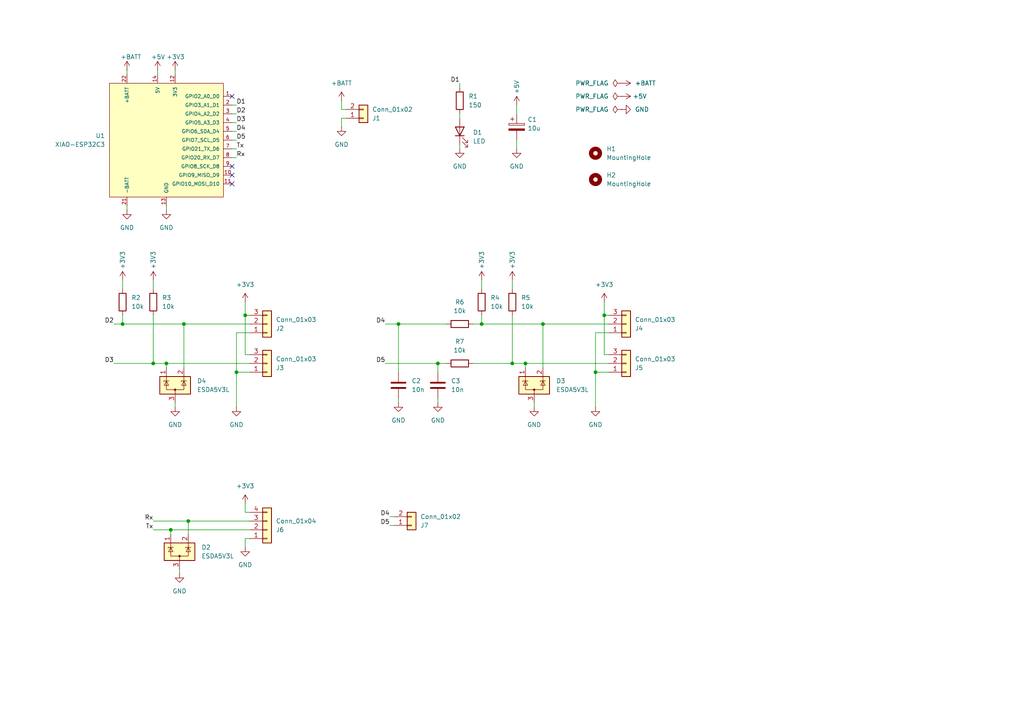
<source format=kicad_sch>
(kicad_sch (version 20250114) (generator "eeschema") (generator_version "9.0")
  (paper "A4")
  (title_block (title "Smart Meter Gateway") (date "2024-11-24") (rev "v1") (company "Marius Greuel"))
  (lib_symbols
    (symbol "Connector_Generic:Conn_01x02" (pin_names (offset 1.016) (hide yes))
      (property "Reference" "J" (at 0 2.54 0))
      (property "Value" "Conn_01x02" (at 0 -5.08 0))
      (symbol "Conn_01x02_1_1"
        (rectangle (start -1.27 1.27) (end 1.27 -3.81) (stroke (width 0.254)) (fill (type background)))
        (rectangle (start -1.27 0.127) (end 0 -0.127) (stroke (width 0.1524)))
        (rectangle (start -1.27 -2.413) (end 0 -2.667) (stroke (width 0.1524)))
        (pin passive line (at -5.08 0 0) (length 3.81) (name "Pin_1") (number "1"))
        (pin passive line (at -5.08 -2.54 0) (length 3.81) (name "Pin_2") (number "2"))
      )
    )
    (symbol "Connector_Generic:Conn_01x03" (pin_names (offset 1.016) (hide yes))
      (property "Reference" "J" (at 0 5.08 0))
      (property "Value" "Conn_01x03" (at 0 -5.08 0))
      (symbol "Conn_01x03_1_1"
        (rectangle (start -1.27 3.81) (end 1.27 -3.81) (stroke (width 0.254)) (fill (type background)))
        (rectangle (start -1.27 2.667) (end 0 2.413) (stroke (width 0.1524)))
        (rectangle (start -1.27 0.127) (end 0 -0.127) (stroke (width 0.1524)))
        (rectangle (start -1.27 -2.413) (end 0 -2.667) (stroke (width 0.1524)))
        (pin passive line (at -5.08 2.54 0) (length 3.81) (name "Pin_1") (number "1"))
        (pin passive line (at -5.08 0 0) (length 3.81) (name "Pin_2") (number "2"))
        (pin passive line (at -5.08 -2.54 0) (length 3.81) (name "Pin_3") (number "3"))
      )
    )
    (symbol "Connector_Generic:Conn_01x04" (pin_names (offset 1.016) (hide yes))
      (property "Reference" "J" (at 0 5.08 0))
      (property "Value" "Conn_01x04" (at 0 -7.62 0))
      (symbol "Conn_01x04_1_1"
        (rectangle (start -1.27 3.81) (end 1.27 -6.35) (stroke (width 0.254)) (fill (type background)))
        (rectangle (start -1.27 2.667) (end 0 2.413) (stroke (width 0.1524)))
        (rectangle (start -1.27 0.127) (end 0 -0.127) (stroke (width 0.1524)))
        (rectangle (start -1.27 -2.413) (end 0 -2.667) (stroke (width 0.1524)))
        (rectangle (start -1.27 -4.953) (end 0 -5.207) (stroke (width 0.1524)))
        (pin passive line (at -5.08 2.54 0) (length 3.81) (name "Pin_1") (number "1"))
        (pin passive line (at -5.08 0 0) (length 3.81) (name "Pin_2") (number "2"))
        (pin passive line (at -5.08 -2.54 0) (length 3.81) (name "Pin_3") (number "3"))
        (pin passive line (at -5.08 -5.08 0) (length 3.81) (name "Pin_4") (number "4"))
      )
    )
    (symbol "Device:C" (pin_numbers (hide yes)) (pin_names (offset 0.254))
      (property "Reference" "C" (at 0.635 2.54 0))
      (property "Value" "C" (at 0.635 -2.54 0))
      (symbol "C_0_1"
        (polyline (pts (xy -2.032 0.762) (xy 2.032 0.762)) (stroke (width 0.508)))
        (polyline (pts (xy -2.032 -0.762) (xy 2.032 -0.762)) (stroke (width 0.508)))
      )
      (symbol "C_1_1"
        (pin passive line (at 0 3.81 270) (length 2.794) (name "~") (number "1"))
        (pin passive line (at 0 -3.81 90) (length 2.794) (name "~") (number "2"))
      )
    )
    (symbol "Device:C_Polarized" (pin_numbers (hide yes)) (pin_names (offset 0.254))
      (property "Reference" "C" (at 0.635 2.54 0))
      (property "Value" "C_Polarized" (at 0.635 -2.54 0))
      (symbol "C_Polarized_0_1"
        (rectangle (start -2.286 0.508) (end 2.286 1.016))
        (polyline (pts (xy -1.778 2.286) (xy -0.762 2.286)))
        (polyline (pts (xy -1.27 2.794) (xy -1.27 1.778)))
        (rectangle (start 2.286 -0.508) (end -2.286 -1.016) (fill (type outline)))
      )
      (symbol "C_Polarized_1_1"
        (pin passive line (at 0 3.81 270) (length 2.794) (name "~") (number "1"))
        (pin passive line (at 0 -3.81 90) (length 2.794) (name "~") (number "2"))
      )
    )
    (symbol "Device:LED" (pin_numbers (hide yes)) (pin_names (offset 1.016) (hide yes))
      (property "Reference" "D" (at 0 2.54 0))
      (property "Value" "LED" (at 0 -2.54 0))
      (symbol "LED_0_1"
        (polyline (pts (xy -3.048 -0.762) (xy -4.572 -2.286) (xy -3.81 -2.286) (xy -4.572 -2.286) (xy -4.572 -1.524)))
        (polyline (pts (xy -1.778 -0.762) (xy -3.302 -2.286) (xy -2.54 -2.286) (xy -3.302 -2.286) (xy -3.302 -1.524)))
        (polyline (pts (xy -1.27 0) (xy 1.27 0)))
        (polyline (pts (xy -1.27 -1.27) (xy -1.27 1.27)) (stroke (width 0.254)))
        (polyline (pts (xy 1.27 -1.27) (xy 1.27 1.27) (xy -1.27 0) (xy 1.27 -1.27)) (stroke (width 0.254)))
      )
      (symbol "LED_1_1"
        (pin passive line (at -3.81 0 0) (length 2.54) (name "K") (number "1"))
        (pin passive line (at 3.81 0 180) (length 2.54) (name "A") (number "2"))
      )
    )
    (symbol "Device:R" (pin_numbers (hide yes)) (pin_names (offset 0))
      (property "Reference" "R" (at 2.032 0 90))
      (property "Value" "R" (at 0 0 90))
      (symbol "R_0_1"
        (rectangle (start -1.016 -2.54) (end 1.016 2.54) (stroke (width 0.254)))
      )
      (symbol "R_1_1"
        (pin passive line (at 0 3.81 270) (length 1.27) (name "~") (number "1"))
        (pin passive line (at 0 -3.81 90) (length 1.27) (name "~") (number "2"))
      )
    )
    (symbol "Mechanical:MountingHole" (pin_names (offset 1.016)) (in_bom no)
      (property "Reference" "H" (at 0 5.08 0))
      (property "Value" "MountingHole" (at 0 3.175 0))
      (symbol "MountingHole_0_1"
        (circle (center 0 0) (radius 1.27) (stroke (width 1.27)))
      )
    )
    (symbol "Power_Protection:ESDA5V3L" (pin_names (hide yes))
      (property "Reference" "D" (at 5.715 2.54 0))
      (property "Value" "ESDA5V3L" (at 5.715 0.635 0))
      (symbol "ESDA5V3L_0_0"
        (pin passive line (at 0 -5.08 90) (length 2.54) (name "A") (number "3"))
      )
      (symbol "ESDA5V3L_0_1"
        (rectangle (start -4.445 2.54) (end 4.445 -2.54) (stroke (width 0.254)) (fill (type background)))
        (polyline (pts (xy -3.302 1.016) (xy -3.302 1.27) (xy -1.905 1.27) (xy -1.778 1.27)))
        (polyline (pts (xy -2.54 2.54) (xy -2.54 1.27)))
        (polyline (pts (xy -2.54 1.27) (xy -2.54 -1.27) (xy 2.54 -1.27) (xy 2.54 1.27)))
        (polyline (pts (xy -2.54 1.27) (xy -1.905 0) (xy -3.175 0) (xy -2.54 1.27)))
        (polyline (pts (xy 0 -1.27) (xy 0 -2.54)))
        (circle (center 0 -1.27) (radius 0.254) (fill (type outline)))
        (polyline (pts (xy 1.778 1.016) (xy 1.778 1.27) (xy 3.175 1.27) (xy 3.302 1.27)))
        (polyline (pts (xy 2.54 2.54) (xy 2.54 1.27)))
        (polyline (pts (xy 2.54 1.27) (xy 1.905 0) (xy 3.175 0) (xy 2.54 1.27)))
      )
      (symbol "ESDA5V3L_1_1"
        (pin passive line (at -2.54 5.08 270) (length 2.54) (name "K") (number "1"))
        (pin passive line (at 2.54 5.08 270) (length 2.54) (name "K") (number "2"))
      )
    )
    (symbol "Project:XIAO-ESP32C3" (pin_names (offset 1.016))
      (property "Reference" "U" (at -16.51 17.78 0))
      (property "Value" "XIAO-ESP32C3" (at 2.54 -19.05 0))
      (symbol "XIAO-ESP32C3_1_0"
        (pin power_in line (at -11.43 19.05 270) (length 2.54) (name "+BATT") (number "22"))
        (pin power_in line (at -11.43 -19.05 90) (length 2.54) (name "-BATT") (number "21"))
        (pin power_in line (at -2.54 19.05 270) (length 2.54) (name "5V") (number "14"))
        (pin power_in line (at 0 -19.05 90) (length 2.54) (name "GND") (number "13"))
        (pin power_out line (at 2.54 19.05 270) (length 2.54) (name "3V3") (number "12"))
        (pin bidirectional line (at 19.05 12.7 180) (length 2.54) (name "GPIO2_A0_D0") (number "1"))
        (pin bidirectional line (at 19.05 10.16 180) (length 2.54) (name "GPIO3_A1_D1") (number "2"))
        (pin bidirectional line (at 19.05 7.62 180) (length 2.54) (name "GPIO4_A2_D2") (number "3"))
        (pin bidirectional line (at 19.05 5.08 180) (length 2.54) (name "GPIO5_A3_D3") (number "4"))
        (pin bidirectional line (at 19.05 2.54 180) (length 2.54) (name "GPIO6_SDA_D4") (number "5"))
        (pin bidirectional line (at 19.05 0 180) (length 2.54) (name "GPIO7_SCL_D5") (number "6"))
        (pin bidirectional line (at 19.05 -2.54 180) (length 2.54) (name "GPIO21_TX_D6") (number "7"))
        (pin bidirectional line (at 19.05 -5.08 180) (length 2.54) (name "GPIO20_RX_D7") (number "8"))
        (pin bidirectional line (at 19.05 -7.62 180) (length 2.54) (name "GPIO8_SCK_D8") (number "9"))
        (pin bidirectional line (at 19.05 -10.16 180) (length 2.54) (name "GPIO9_MISO_D9") (number "10"))
        (pin bidirectional line (at 19.05 -12.7 180) (length 2.54) (name "GPIO10_MOSI_D10") (number "11"))
      )
      (symbol "XIAO-ESP32C3_1_1"
        (rectangle (start -16.51 16.51) (end 16.51 -16.51) (fill (type background)))
      )
    )
    (symbol "power:+3V3" (power) (pin_numbers (hide yes)) (pin_names (offset 0) (hide yes))
      (property "Value" "+3V3" (at 0 3.556 0))
      (symbol "+3V3_0_1"
        (polyline (pts (xy -0.762 1.27) (xy 0 2.54)))
        (polyline (pts (xy 0 2.54) (xy 0.762 1.27)))
        (polyline (pts (xy 0 0) (xy 0 2.54)))
      )
      (symbol "+3V3_1_1"
        (pin power_in line (at 0 0 90) (length 0) (name "~") (number "1"))
      )
    )
    (symbol "power:+5V" (power) (pin_numbers (hide yes)) (pin_names (offset 0) (hide yes))
      (property "Value" "+5V" (at 0 3.556 0))
      (symbol "+5V_0_1"
        (polyline (pts (xy -0.762 1.27) (xy 0 2.54)))
        (polyline (pts (xy 0 2.54) (xy 0.762 1.27)))
        (polyline (pts (xy 0 0) (xy 0 2.54)))
      )
      (symbol "+5V_1_1"
        (pin power_in line (at 0 0 90) (length 0) (name "~") (number "1"))
      )
    )
    (symbol "power:GND" (power) (pin_numbers (hide yes)) (pin_names (offset 0) (hide yes))
      (property "Value" "GND" (at 0 -3.81 0))
      (symbol "GND_0_1"
        (polyline (pts (xy 0 0) (xy 0 -1.27) (xy 1.27 -1.27) (xy 0 -2.54) (xy -1.27 -1.27) (xy 0 -1.27)))
      )
      (symbol "GND_1_1"
        (pin power_in line (at 0 0 270) (length 0) (name "~") (number "1"))
      )
    )
    (symbol "power:PWR_FLAG" (power) (pin_numbers (hide yes)) (pin_names (offset 0) (hide yes))
      (property "Value" "PWR_FLAG" (at 0 3.81 0))
      (symbol "PWR_FLAG_0_0"
        (pin power_out line (at 0 0 90) (length 0) (name "~") (number "1"))
      )
      (symbol "PWR_FLAG_0_1"
        (polyline (pts (xy 0 0) (xy 0 1.27) (xy -1.016 1.905) (xy 0 2.54) (xy 1.016 1.905) (xy 0 1.27)))
      )
    )
    (symbol "power:VCC" (power) (pin_numbers (hide yes)) (pin_names (offset 0) (hide yes))
      (property "Value" "VCC" (at 0 3.556 0))
      (symbol "VCC_0_1"
        (polyline (pts (xy -0.762 1.27) (xy 0 2.54)))
        (polyline (pts (xy 0 2.54) (xy 0.762 1.27)))
        (polyline (pts (xy 0 0) (xy 0 2.54)))
      )
      (symbol "VCC_1_1"
        (pin power_in line (at 0 0 90) (length 0) (name "~") (number "1"))
      )
    )
  )
  (junction (at 44.45 105.41))
  (junction (at 157.48 93.98))
  (junction (at 139.7 93.98))
  (junction (at 49.53 153.67))
  (junction (at 35.56 93.98))
  (junction (at 54.61 151.13))
  (junction (at 53.34 93.98))
  (junction (at 68.58 107.95))
  (junction (at 71.12 91.44))
  (junction (at 48.26 105.41))
  (junction (at 152.4 105.41))
  (junction (at 127 105.41))
  (junction (at 148.59 105.41))
  (junction (at 175.26 91.44))
  (junction (at 115.57 93.98))
  (junction (at 172.72 107.95))
  (no_connect (at 67.31 48.26))
  (no_connect (at 67.31 27.94))
  (no_connect (at 67.31 53.34))
  (no_connect (at 67.31 50.8))
  (wire (pts (xy 111.76 105.41) (xy 127 105.41)))
  (wire (pts (xy 53.34 93.98) (xy 53.34 106.68)))
  (wire (pts (xy 71.12 102.87) (xy 71.12 91.44)))
  (wire (pts (xy 176.53 96.52) (xy 172.72 96.52)))
  (wire (pts (xy 139.7 91.44) (xy 139.7 93.98)))
  (wire (pts (xy 67.31 33.02) (xy 68.58 33.02)))
  (wire (pts (xy 71.12 87.63) (xy 71.12 91.44)))
  (wire (pts (xy 54.61 151.13) (xy 72.39 151.13)))
  (wire (pts (xy 36.83 59.69) (xy 36.83 60.96)))
  (wire (pts (xy 71.12 146.05) (xy 71.12 148.59)))
  (wire (pts (xy 36.83 20.32) (xy 36.83 21.59)))
  (wire (pts (xy 53.34 93.98) (xy 72.39 93.98)))
  (wire (pts (xy 45.72 20.32) (xy 45.72 21.59)))
  (wire (pts (xy 52.07 165.1) (xy 52.07 166.37)))
  (wire (pts (xy 99.06 31.75) (xy 100.33 31.75)))
  (wire (pts (xy 152.4 105.41) (xy 152.4 106.68)))
  (wire (pts (xy 176.53 102.87) (xy 175.26 102.87)))
  (wire (pts (xy 148.59 105.41) (xy 152.4 105.41)))
  (wire (pts (xy 157.48 93.98) (xy 176.53 93.98)))
  (wire (pts (xy 35.56 81.28) (xy 35.56 83.82)))
  (wire (pts (xy 72.39 156.21) (xy 71.12 156.21)))
  (wire (pts (xy 72.39 96.52) (xy 68.58 96.52)))
  (wire (pts (xy 48.26 59.69) (xy 48.26 60.96)))
  (wire (pts (xy 68.58 107.95) (xy 68.58 118.11)))
  (wire (pts (xy 99.06 34.29) (xy 99.06 36.83)))
  (wire (pts (xy 137.16 93.98) (xy 139.7 93.98)))
  (wire (pts (xy 68.58 96.52) (xy 68.58 107.95)))
  (wire (pts (xy 67.31 35.56) (xy 68.58 35.56)))
  (wire (pts (xy 139.7 93.98) (xy 157.48 93.98)))
  (wire (pts (xy 71.12 148.59) (xy 72.39 148.59)))
  (wire (pts (xy 48.26 105.41) (xy 72.39 105.41)))
  (wire (pts (xy 71.12 156.21) (xy 71.12 158.75)))
  (wire (pts (xy 148.59 91.44) (xy 148.59 105.41)))
  (wire (pts (xy 67.31 45.72) (xy 68.58 45.72)))
  (wire (pts (xy 115.57 93.98) (xy 129.54 93.98)))
  (wire (pts (xy 33.02 105.41) (xy 44.45 105.41)))
  (wire (pts (xy 149.86 40.64) (xy 149.86 43.18)))
  (wire (pts (xy 175.26 102.87) (xy 175.26 91.44)))
  (wire (pts (xy 100.33 34.29) (xy 99.06 34.29)))
  (wire (pts (xy 133.35 33.02) (xy 133.35 34.29)))
  (wire (pts (xy 114.3 152.4) (xy 113.03 152.4)))
  (wire (pts (xy 44.45 105.41) (xy 48.26 105.41)))
  (wire (pts (xy 152.4 105.41) (xy 176.53 105.41)))
  (wire (pts (xy 113.03 149.86) (xy 114.3 149.86)))
  (wire (pts (xy 133.35 24.13) (xy 133.35 25.4)))
  (wire (pts (xy 127 115.57) (xy 127 116.84)))
  (wire (pts (xy 50.8 20.32) (xy 50.8 21.59)))
  (wire (pts (xy 149.86 30.48) (xy 149.86 33.02)))
  (wire (pts (xy 115.57 115.57) (xy 115.57 116.84)))
  (wire (pts (xy 71.12 91.44) (xy 72.39 91.44)))
  (wire (pts (xy 33.02 93.98) (xy 35.56 93.98)))
  (wire (pts (xy 50.8 116.84) (xy 50.8 118.11)))
  (wire (pts (xy 148.59 81.28) (xy 148.59 83.82)))
  (wire (pts (xy 72.39 102.87) (xy 71.12 102.87)))
  (wire (pts (xy 129.54 105.41) (xy 127 105.41)))
  (wire (pts (xy 67.31 30.48) (xy 68.58 30.48)))
  (wire (pts (xy 137.16 105.41) (xy 148.59 105.41)))
  (wire (pts (xy 111.76 93.98) (xy 115.57 93.98)))
  (wire (pts (xy 133.35 41.91) (xy 133.35 43.18)))
  (wire (pts (xy 44.45 153.67) (xy 49.53 153.67)))
  (wire (pts (xy 67.31 43.18) (xy 68.58 43.18)))
  (wire (pts (xy 172.72 96.52) (xy 172.72 107.95)))
  (wire (pts (xy 44.45 151.13) (xy 54.61 151.13)))
  (wire (pts (xy 127 105.41) (xy 127 107.95)))
  (wire (pts (xy 175.26 91.44) (xy 176.53 91.44)))
  (wire (pts (xy 68.58 107.95) (xy 72.39 107.95)))
  (wire (pts (xy 44.45 81.28) (xy 44.45 83.82)))
  (wire (pts (xy 49.53 153.67) (xy 72.39 153.67)))
  (wire (pts (xy 54.61 151.13) (xy 54.61 154.94)))
  (wire (pts (xy 175.26 87.63) (xy 175.26 91.44)))
  (wire (pts (xy 35.56 93.98) (xy 53.34 93.98)))
  (wire (pts (xy 48.26 105.41) (xy 48.26 106.68)))
  (wire (pts (xy 49.53 153.67) (xy 49.53 154.94)))
  (wire (pts (xy 67.31 40.64) (xy 68.58 40.64)))
  (wire (pts (xy 172.72 107.95) (xy 176.53 107.95)))
  (wire (pts (xy 139.7 81.28) (xy 139.7 83.82)))
  (wire (pts (xy 99.06 29.21) (xy 99.06 31.75)))
  (wire (pts (xy 115.57 93.98) (xy 115.57 107.95)))
  (wire (pts (xy 67.31 38.1) (xy 68.58 38.1)))
  (wire (pts (xy 44.45 91.44) (xy 44.45 105.41)))
  (wire (pts (xy 157.48 93.98) (xy 157.48 106.68)))
  (wire (pts (xy 172.72 107.95) (xy 172.72 118.11)))
  (wire (pts (xy 35.56 91.44) (xy 35.56 93.98)))
  (wire (pts (xy 154.94 116.84) (xy 154.94 118.11)))
  (label "D3" (at 68.58 35.56 0))
  (label "D5" (at 111.76 105.41 180))
  (label "D4" (at 113.03 149.86 180))
  (label "Tx" (at 68.58 43.18 0))
  (label "D4" (at 68.58 38.1 0))
  (label "D5" (at 68.58 40.64 0))
  (label "Rx" (at 44.45 151.13 180))
  (label "Rx" (at 68.58 45.72 0))
  (label "D1" (at 68.58 30.48 0))
  (label "D2" (at 33.02 93.98 180))
  (label "D2" (at 68.58 33.02 0))
  (label "D1" (at 133.35 24.13 180))
  (label "D5" (at 113.03 152.4 180))
  (label "Tx" (at 44.45 153.67 180))
  (label "D4" (at 111.76 93.98 180))
  (label "D3" (at 33.02 105.41 180))
  (symbol (lib_id "power:+5V") (at 44.45 81.28 0) (unit 1)
    (property "Reference" "#PWR010" (effects (hide yes)))
    (property "Value" "+3V3" (at 44.45 78.105 90) (effects (justify left)))
    (property "Description" "Power symbol creates a global label with name \"+5V\"" (effects (hide yes)))
  )
  (symbol (lib_id "Power_Protection:ESDA5V3L") (at 50.8 111.76 0) (unit 1)
    (property "Reference" "D4" (at 57.15 110.4899 0) (effects (justify left)))
    (property "Value" "ESDA5V3L" (at 57.15 113.0299 0) (effects (justify left)))
    (property "Footprint" "Package_TO_SOT_SMD:SOT-23-3" (effects (hide yes)))
    (property "Datasheet" "https://www.st.com/resource/en/datasheet/esdal.pdf" (effects (hide yes)))
    (property "Description" "TVS Diode Array, 5.5V Standoff, 2 Channels, SOT23" (effects (hide yes)))
  )
  (symbol (lib_id "power:GND") (at 50.8 118.11 0) (unit 1)
    (property "Reference" "#PWR023" (effects (hide yes)))
    (property "Value" "GND" (at 50.8 123.19 0))
    (property "Description" "Power symbol creates a global label with name \"GND\" , ground" (effects (hide yes)))
  )
  (symbol (lib_id "power:PWR_FLAG") (at 180.34 27.94 90) (unit 1)
    (property "Reference" "#FLG02" (effects (hide yes)))
    (property "Value" "PWR_FLAG" (at 176.53 27.9399 90) (effects (justify left)))
    (property "Description" "Special symbol for telling ERC where power comes from" (effects (hide yes)))
  )
  (symbol (lib_id "Device:R") (at 44.45 87.63 0) (unit 1)
    (property "Reference" "R3" (at 46.99 86.3599 0) (effects (justify left)))
    (property "Value" "10k" (at 46.99 88.8999 0) (effects (justify left)))
    (property "Footprint" "Resistor_SMD:R_0805_2012Metric" (effects (hide yes)))
    (property "Description" "Resistor" (effects (hide yes)))
  )
  (symbol (lib_id "Connector_Generic:Conn_01x03") (at 77.47 105.41 0) (mirror x) (unit 1)
    (property "Reference" "J3" (at 80.01 106.68 0) (effects (justify left)))
    (property "Value" "Conn_01x03" (at 80.01 104.14 0) (effects (justify left)))
    (property "Footprint" "Connector_PinHeader_2.54mm:PinHeader_1x03_P2.54mm_Vertical" (effects (hide yes)))
    (property "Description" "Generic connector, single row, 01x03, script generated (kicad-library-utils/schlib/autogen/connector/)" (effects (hide yes)))
  )
  (symbol (lib_id "power:GND") (at 154.94 118.11 0) (unit 1)
    (property "Reference" "#PWR017" (effects (hide yes)))
    (property "Value" "GND" (at 154.94 123.19 0))
    (property "Description" "Power symbol creates a global label with name \"GND\" , ground" (effects (hide yes)))
  )
  (symbol (lib_id "power:+5V") (at 35.56 81.28 0) (unit 1)
    (property "Reference" "#PWR09" (effects (hide yes)))
    (property "Value" "+3V3" (at 35.56 78.105 90) (effects (justify left)))
    (property "Description" "Power symbol creates a global label with name \"+5V\"" (effects (hide yes)))
  )
  (symbol (lib_id "power:GND") (at 48.26 60.96 0) (unit 1)
    (property "Reference" "#PWR03" (effects (hide yes)))
    (property "Value" "GND" (at 48.26 66.04 0))
    (property "Description" "Power symbol creates a global label with name \"GND\" , ground" (effects (hide yes)))
  )
  (symbol (lib_id "power:GND") (at 71.12 158.75 0) (unit 1)
    (property "Reference" "#PWR014" (effects (hide yes)))
    (property "Value" "GND" (at 71.12 163.83 0))
    (property "Description" "Power symbol creates a global label with name \"GND\" , ground" (effects (hide yes)))
  )
  (symbol (lib_id "Connector_Generic:Conn_01x04") (at 77.47 153.67 0) (mirror x) (unit 1)
    (property "Reference" "J6" (at 80.01 153.6701 0) (effects (justify left)))
    (property "Value" "Conn_01x04" (at 80.01 151.1301 0) (effects (justify left)))
    (property "Footprint" "Connector_PinHeader_2.54mm:PinHeader_1x04_P2.54mm_Vertical" (effects (hide yes)))
    (property "Description" "Generic connector, single row, 01x04, script generated (kicad-library-utils/schlib/autogen/connector/)" (effects (hide yes)))
  )
  (symbol (lib_id "Device:C") (at 127 111.76 0) (unit 1)
    (property "Reference" "C3" (at 130.81 110.4899 0) (effects (justify left)))
    (property "Value" "10n" (at 130.81 113.0299 0) (effects (justify left)))
    (property "Footprint" "Capacitor_SMD:C_0805_2012Metric" (effects (hide yes)))
    (property "Description" "Unpolarized capacitor" (effects (hide yes)))
  )
  (symbol (lib_id "power:GND") (at 115.57 116.84 0) (unit 1)
    (property "Reference" "#PWR026" (effects (hide yes)))
    (property "Value" "GND" (at 115.57 121.92 0))
    (property "Description" "Power symbol creates a global label with name \"GND\" , ground" (effects (hide yes)))
  )
  (symbol (lib_id "Power_Protection:ESDA5V3L") (at 154.94 111.76 0) (unit 1)
    (property "Reference" "D3" (at 161.29 110.4899 0) (effects (justify left)))
    (property "Value" "ESDA5V3L" (at 161.29 113.0299 0) (effects (justify left)))
    (property "Footprint" "Package_TO_SOT_SMD:SOT-23-3" (effects (hide yes)))
    (property "Datasheet" "https://www.st.com/resource/en/datasheet/esdal.pdf" (effects (hide yes)))
    (property "Description" "TVS Diode Array, 5.5V Standoff, 2 Channels, SOT23" (effects (hide yes)))
  )
  (symbol (lib_id "Device:R") (at 133.35 105.41 90) (unit 1)
    (property "Reference" "R7" (at 133.35 99.06 90))
    (property "Value" "10k" (at 133.35 101.6 90))
    (property "Footprint" "Resistor_SMD:R_0805_2012Metric" (effects (hide yes)))
    (property "Description" "Resistor" (effects (hide yes)))
  )
  (symbol (lib_id "Mechanical:MountingHole") (at 172.72 44.45 0) (unit 1)
    (property "Reference" "H1" (at 175.895 43.18 0) (effects (justify left)))
    (property "Value" "MountingHole" (at 175.895 45.72 0) (effects (justify left)))
    (property "Footprint" "MountingHole:MountingHole_2.5mm" (effects (hide yes)))
    (property "Description" "Mounting Hole without connection" (effects (hide yes)))
  )
  (symbol (lib_id "power:VCC") (at 175.26 87.63 0) (unit 1)
    (property "Reference" "#PWR07" (effects (hide yes)))
    (property "Value" "+3V3" (at 175.26 82.55 0))
    (property "Description" "Power symbol creates a global label with name \"VCC\"" (effects (hide yes)))
  )
  (symbol (lib_id "Device:C_Polarized") (at 149.86 36.83 0) (unit 1)
    (property "Reference" "C1" (at 153.035 34.671 0) (effects (justify left)))
    (property "Value" "10u" (at 153.035 37.211 0) (effects (justify left)))
    (property "Footprint" "Capacitor_Tantalum_SMD:CP_EIA-6032-28_Kemet-C" (effects (hide yes)))
    (property "Description" "Polarized capacitor" (effects (hide yes)))
  )
  (symbol (lib_id "power:GND") (at 36.83 60.96 0) (unit 1)
    (property "Reference" "#PWR012" (effects (hide yes)))
    (property "Value" "GND" (at 36.83 66.04 0))
    (property "Description" "Power symbol creates a global label with name \"GND\" , ground" (effects (hide yes)))
  )
  (symbol (lib_id "Device:R") (at 35.56 87.63 0) (unit 1)
    (property "Reference" "R2" (at 38.1 86.3599 0) (effects (justify left)))
    (property "Value" "10k" (at 38.1 88.8999 0) (effects (justify left)))
    (property "Footprint" "Resistor_SMD:R_0805_2012Metric" (effects (hide yes)))
    (property "Description" "Resistor" (effects (hide yes)))
  )
  (symbol (lib_id "power:GND") (at 133.35 43.18 0) (unit 1)
    (property "Reference" "#PWR05" (effects (hide yes)))
    (property "Value" "GND" (at 133.35 48.26 0))
    (property "Description" "Power symbol creates a global label with name \"GND\" , ground" (effects (hide yes)))
  )
  (symbol (lib_id "Project:XIAO-ESP32C3") (at 48.26 40.64 0) (unit 1)
    (property "Reference" "U1" (at 30.48 39.3699 0) (effects (justify right)))
    (property "Value" "XIAO-ESP32C3" (at 30.48 41.9099 0) (effects (justify right)))
    (property "Footprint" "Project:Seeed Studio XIAO" (effects (hide yes)))
  )
  (symbol (lib_id "Device:R") (at 133.35 93.98 90) (unit 1)
    (property "Reference" "R6" (at 133.35 87.63 90))
    (property "Value" "10k" (at 133.35 90.17 90))
    (property "Footprint" "Resistor_SMD:R_0805_2012Metric" (effects (hide yes)))
    (property "Description" "Resistor" (effects (hide yes)))
  )
  (symbol (lib_id "power:GND") (at 68.58 118.11 0) (unit 1)
    (property "Reference" "#PWR024" (effects (hide yes)))
    (property "Value" "GND" (at 68.58 123.19 0))
    (property "Description" "Power symbol creates a global label with name \"GND\" , ground" (effects (hide yes)))
  )
  (symbol (lib_id "Device:R") (at 148.59 87.63 0) (unit 1)
    (property "Reference" "R5" (at 151.13 86.3599 0) (effects (justify left)))
    (property "Value" "10k" (at 151.13 88.8999 0) (effects (justify left)))
    (property "Footprint" "Resistor_SMD:R_0805_2012Metric" (effects (hide yes)))
    (property "Description" "Resistor" (effects (hide yes)))
  )
  (symbol (lib_id "Device:R") (at 139.7 87.63 0) (unit 1)
    (property "Reference" "R4" (at 142.24 86.3599 0) (effects (justify left)))
    (property "Value" "10k" (at 142.24 88.8999 0) (effects (justify left)))
    (property "Footprint" "Resistor_SMD:R_0805_2012Metric" (effects (hide yes)))
    (property "Description" "Resistor" (effects (hide yes)))
  )
  (symbol (lib_id "power:GND") (at 172.72 118.11 0) (unit 1)
    (property "Reference" "#PWR08" (effects (hide yes)))
    (property "Value" "GND" (at 172.72 123.19 0))
    (property "Description" "Power symbol creates a global label with name \"GND\" , ground" (effects (hide yes)))
  )
  (symbol (lib_id "power:VCC") (at 71.12 146.05 0) (unit 1)
    (property "Reference" "#PWR013" (effects (hide yes)))
    (property "Value" "+3V3" (at 71.12 140.97 0))
    (property "Description" "Power symbol creates a global label with name \"VCC\"" (effects (hide yes)))
  )
  (symbol (lib_id "power:VCC") (at 99.06 29.21 0) (unit 1)
    (property "Reference" "#PWR019" (effects (hide yes)))
    (property "Value" "+BATT" (at 99.06 24.13 0))
    (property "Description" "Power symbol creates a global label with name \"VCC\"" (effects (hide yes)))
  )
  (symbol (lib_id "Mechanical:MountingHole") (at 172.72 52.07 0) (unit 1)
    (property "Reference" "H2" (at 175.895 50.8 0) (effects (justify left)))
    (property "Value" "MountingHole" (at 175.895 53.34 0) (effects (justify left)))
    (property "Footprint" "MountingHole:MountingHole_2.5mm" (effects (hide yes)))
    (property "Description" "Mounting Hole without connection" (effects (hide yes)))
  )
  (symbol (lib_id "power:GND") (at 52.07 166.37 0) (unit 1)
    (property "Reference" "#PWR016" (effects (hide yes)))
    (property "Value" "GND" (at 52.07 171.45 0))
    (property "Description" "Power symbol creates a global label with name \"GND\" , ground" (effects (hide yes)))
  )
  (symbol (lib_id "power:+5V") (at 36.83 20.32 0) (unit 1)
    (property "Reference" "#PWR018" (effects (hide yes)))
    (property "Value" "+BATT" (at 34.925 16.51 0) (effects (justify left)))
    (property "Description" "Power symbol creates a global label with name \"+5V\"" (effects (hide yes)))
  )
  (symbol (lib_id "power:+5V") (at 148.59 81.28 0) (unit 1)
    (property "Reference" "#PWR022" (effects (hide yes)))
    (property "Value" "+3V3" (at 148.59 78.105 90) (effects (justify left)))
    (property "Description" "Power symbol creates a global label with name \"+5V\"" (effects (hide yes)))
  )
  (symbol (lib_id "power:+5V") (at 139.7 81.28 0) (unit 1)
    (property "Reference" "#PWR021" (effects (hide yes)))
    (property "Value" "+3V3" (at 139.7 78.105 90) (effects (justify left)))
    (property "Description" "Power symbol creates a global label with name \"+5V\"" (effects (hide yes)))
  )
  (symbol (lib_id "Device:LED") (at 133.35 38.1 90) (unit 1)
    (property "Reference" "D1" (at 137.16 38.4175 90) (effects (justify right)))
    (property "Value" "LED" (at 137.16 40.9575 90) (effects (justify right)))
    (property "Footprint" "LED_SMD:LED_0805_2012Metric" (effects (hide yes)))
    (property "Description" "Light emitting diode" (effects (hide yes)))
    (property "Sim.Pins" "1=K 2=A" (effects (hide yes)))
  )
  (symbol (lib_id "power:+3V3") (at 50.8 20.32 0) (unit 1)
    (property "Reference" "#PWR02" (effects (hide yes)))
    (property "Value" "+3V3" (at 48.26 16.51 0) (effects (justify left)))
    (property "Description" "Power symbol creates a global label with name \"+3V3\"" (effects (hide yes)))
  )
  (symbol (lib_id "Connector_Generic:Conn_01x03") (at 181.61 93.98 0) (mirror x) (unit 1)
    (property "Reference" "J4" (at 184.15 95.25 0) (effects (justify left)))
    (property "Value" "Conn_01x03" (at 184.15 92.71 0) (effects (justify left)))
    (property "Footprint" "Connector_PinHeader_2.54mm:PinHeader_1x03_P2.54mm_Vertical" (effects (hide yes)))
    (property "Description" "Generic connector, single row, 01x03, script generated (kicad-library-utils/schlib/autogen/connector/)" (effects (hide yes)))
  )
  (symbol (lib_id "power:+5V") (at 45.72 20.32 0) (unit 1)
    (property "Reference" "#PWR01" (effects (hide yes)))
    (property "Value" "+5V" (at 43.815 16.51 0) (effects (justify left)))
    (property "Description" "Power symbol creates a global label with name \"+5V\"" (effects (hide yes)))
  )
  (symbol (lib_id "Connector_Generic:Conn_01x02") (at 119.38 152.4 0) (mirror x) (unit 1)
    (property "Reference" "J7" (at 121.92 152.4001 0) (effects (justify left)))
    (property "Value" "Conn_01x02" (at 121.92 149.8601 0) (effects (justify left)))
    (property "Footprint" "Connector_PinHeader_2.54mm:PinHeader_1x02_P2.54mm_Vertical" (effects (hide yes)))
    (property "Description" "Generic connector, single row, 01x02, script generated (kicad-library-utils/schlib/autogen/connector/)" (effects (hide yes)))
  )
  (symbol (lib_id "Connector_Generic:Conn_01x03") (at 181.61 105.41 0) (mirror x) (unit 1)
    (property "Reference" "J5" (at 184.15 106.68 0) (effects (justify left)))
    (property "Value" "Conn_01x03" (at 184.15 104.14 0) (effects (justify left)))
    (property "Footprint" "Connector_PinHeader_2.54mm:PinHeader_1x03_P2.54mm_Vertical" (effects (hide yes)))
    (property "Description" "Generic connector, single row, 01x03, script generated (kicad-library-utils/schlib/autogen/connector/)" (effects (hide yes)))
  )
  (symbol (lib_id "power:GND") (at 127 116.84 0) (unit 1)
    (property "Reference" "#PWR025" (effects (hide yes)))
    (property "Value" "GND" (at 127 121.92 0))
    (property "Description" "Power symbol creates a global label with name \"GND\" , ground" (effects (hide yes)))
  )
  (symbol (lib_id "power:+5V") (at 180.34 27.94 270) (unit 1)
    (property "Reference" "#PWR028" (effects (hide yes)))
    (property "Value" "+5V" (at 183.515 27.94 90) (effects (justify left)))
    (property "Description" "Power symbol creates a global label with name \"+5V\"" (effects (hide yes)))
  )
  (symbol (lib_id "Device:C") (at 115.57 111.76 0) (unit 1)
    (property "Reference" "C2" (at 119.38 110.4899 0) (effects (justify left)))
    (property "Value" "10n" (at 119.38 113.0299 0) (effects (justify left)))
    (property "Footprint" "Capacitor_SMD:C_0805_2012Metric" (effects (hide yes)))
    (property "Description" "Unpolarized capacitor" (effects (hide yes)))
  )
  (symbol (lib_id "power:PWR_FLAG") (at 180.34 31.75 90) (unit 1)
    (property "Reference" "#FLG04" (effects (hide yes)))
    (property "Value" "PWR_FLAG" (at 176.53 31.7499 90) (effects (justify left)))
    (property "Description" "Special symbol for telling ERC where power comes from" (effects (hide yes)))
  )
  (symbol (lib_id "power:PWR_FLAG") (at 180.34 24.13 90) (unit 1)
    (property "Reference" "#FLG01" (effects (hide yes)))
    (property "Value" "PWR_FLAG" (at 176.53 24.1299 90) (effects (justify left)))
    (property "Description" "Special symbol for telling ERC where power comes from" (effects (hide yes)))
  )
  (symbol (lib_id "power:+5V") (at 149.86 30.48 0) (unit 1)
    (property "Reference" "#PWR04" (effects (hide yes)))
    (property "Value" "+5V" (at 149.86 27.305 90) (effects (justify left)))
    (property "Description" "Power symbol creates a global label with name \"+5V\"" (effects (hide yes)))
  )
  (symbol (lib_id "power:VCC") (at 180.34 24.13 270) (unit 1)
    (property "Reference" "#PWR029" (effects (hide yes)))
    (property "Value" "+BATT" (at 184.15 24.1299 90) (effects (justify left)))
    (property "Description" "Power symbol creates a global label with name \"VCC\"" (effects (hide yes)))
  )
  (symbol (lib_id "Power_Protection:ESDA5V3L") (at 52.07 160.02 0) (unit 1)
    (property "Reference" "D2" (at 58.42 158.7499 0) (effects (justify left)))
    (property "Value" "ESDA5V3L" (at 58.42 161.2899 0) (effects (justify left)))
    (property "Footprint" "Package_TO_SOT_SMD:SOT-23-3" (effects (hide yes)))
    (property "Datasheet" "https://www.st.com/resource/en/datasheet/esdal.pdf" (effects (hide yes)))
    (property "Description" "TVS Diode Array, 5.5V Standoff, 2 Channels, SOT23" (effects (hide yes)))
  )
  (symbol (lib_id "Connector_Generic:Conn_01x03") (at 77.47 93.98 0) (mirror x) (unit 1)
    (property "Reference" "J2" (at 80.01 95.25 0) (effects (justify left)))
    (property "Value" "Conn_01x03" (at 80.01 92.71 0) (effects (justify left)))
    (property "Footprint" "Connector_PinHeader_2.54mm:PinHeader_1x03_P2.54mm_Vertical" (effects (hide yes)))
    (property "Description" "Generic connector, single row, 01x03, script generated (kicad-library-utils/schlib/autogen/connector/)" (effects (hide yes)))
  )
  (symbol (lib_id "Connector_Generic:Conn_01x02") (at 105.41 34.29 0) (mirror x) (unit 1)
    (property "Reference" "J1" (at 107.95 34.2901 0) (effects (justify left)))
    (property "Value" "Conn_01x02" (at 107.95 31.7501 0) (effects (justify left)))
    (property "Footprint" "Connector_PinHeader_2.54mm:PinHeader_1x02_P2.54mm_Vertical" (effects (hide yes)))
    (property "Description" "Generic connector, single row, 01x02, script generated (kicad-library-utils/schlib/autogen/connector/)" (effects (hide yes)))
  )
  (symbol (lib_id "power:GND") (at 99.06 36.83 0) (unit 1)
    (property "Reference" "#PWR020" (effects (hide yes)))
    (property "Value" "GND" (at 99.06 41.91 0))
    (property "Description" "Power symbol creates a global label with name \"GND\" , ground" (effects (hide yes)))
  )
  (symbol (lib_id "power:GND") (at 149.86 43.18 0) (mirror y) (unit 1)
    (property "Reference" "#PWR06" (effects (hide yes)))
    (property "Value" "GND" (at 149.86 48.26 0))
    (property "Description" "Power symbol creates a global label with name \"GND\" , ground" (effects (hide yes)))
  )
  (symbol (lib_id "power:GND") (at 180.34 31.75 90) (unit 1)
    (property "Reference" "#PWR030" (effects (hide yes)))
    (property "Value" "GND" (at 184.15 31.7499 90) (effects (justify right)))
    (property "Description" "Power symbol creates a global label with name \"GND\" , ground" (effects (hide yes)))
  )
  (symbol (lib_id "power:VCC") (at 71.12 87.63 0) (unit 1)
    (property "Reference" "#PWR011" (effects (hide yes)))
    (property "Value" "+3V3" (at 71.12 82.55 0))
    (property "Description" "Power symbol creates a global label with name \"VCC\"" (effects (hide yes)))
  )
  (symbol (lib_id "Device:R") (at 133.35 29.21 0) (unit 1)
    (property "Reference" "R1" (at 135.89 27.94 0) (effects (justify left)))
    (property "Value" "150" (at 135.89 30.48 0) (effects (justify left)))
    (property "Footprint" "Resistor_SMD:R_0805_2012Metric" (effects (hide yes)))
    (property "Description" "Resistor" (effects (hide yes)))
  )
)
</source>
